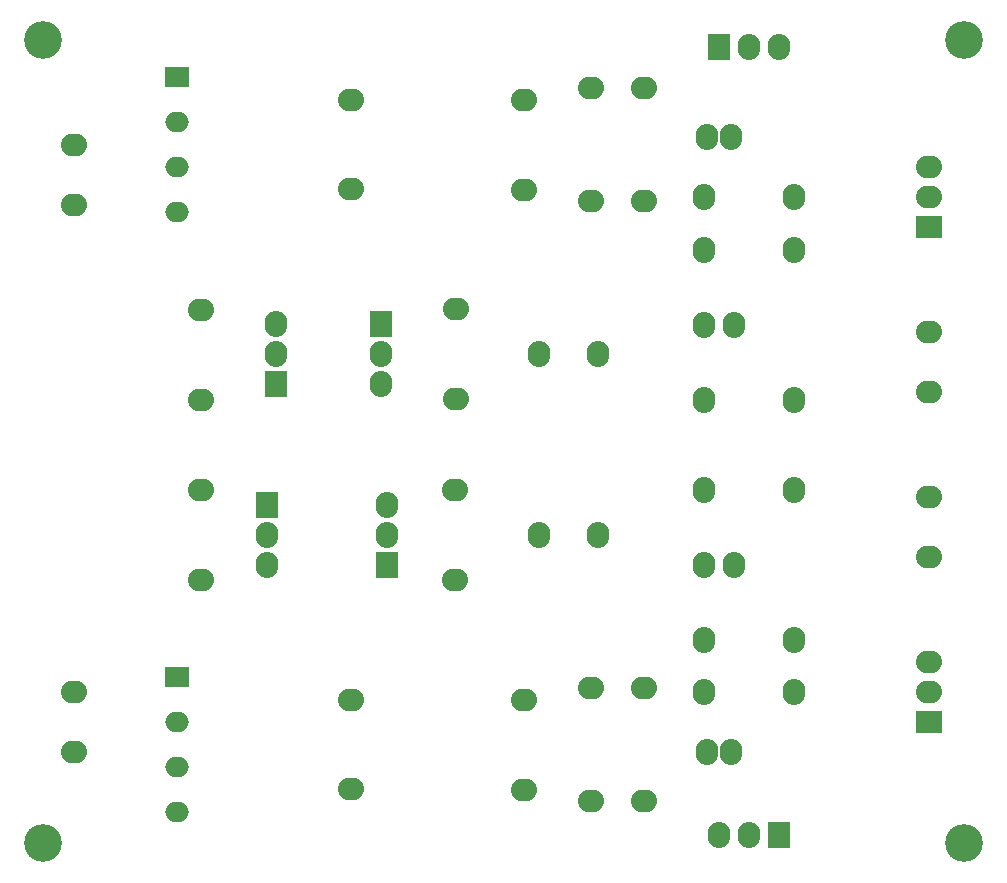
<source format=gts>
G04*
G04 #@! TF.GenerationSoftware,Altium Limited,Altium Designer,22.10.1 (41)*
G04*
G04 Layer_Color=8388736*
%FSLAX25Y25*%
%MOIN*%
G70*
G04*
G04 #@! TF.SameCoordinates,29EE3482-A75D-48CA-8BFF-185FBC0ED275*
G04*
G04*
G04 #@! TF.FilePolarity,Negative*
G04*
G01*
G75*
%ADD13R,0.07493X0.08674*%
%ADD14O,0.07493X0.08674*%
%ADD15O,0.08674X0.07493*%
%ADD16O,0.07874X0.06693*%
%ADD17R,0.07874X0.06693*%
%ADD18C,0.12611*%
%ADD19R,0.08674X0.07493*%
D13*
X97500Y172736D02*
D03*
X245000Y285000D02*
D03*
X132500Y192736D02*
D03*
X94409Y132500D02*
D03*
X134409Y112500D02*
D03*
X265000Y22500D02*
D03*
D14*
X97500Y182736D02*
D03*
Y192736D02*
D03*
X255000Y285000D02*
D03*
X265000D02*
D03*
X270000Y217500D02*
D03*
X240000D02*
D03*
X204842Y182736D02*
D03*
X185158Y182736D02*
D03*
X249921Y192500D02*
D03*
X240079D02*
D03*
X240000Y167500D02*
D03*
X270000D02*
D03*
X248937Y255000D02*
D03*
X241063D02*
D03*
X240000Y235000D02*
D03*
X270000D02*
D03*
X132500Y172736D02*
D03*
Y182736D02*
D03*
X240000Y87500D02*
D03*
X240079Y112500D02*
D03*
X270000Y137500D02*
D03*
X185158Y122500D02*
D03*
X204843D02*
D03*
X270000Y87500D02*
D03*
X94409Y122500D02*
D03*
Y112500D02*
D03*
X134409Y122500D02*
D03*
Y132500D02*
D03*
X255000Y22500D02*
D03*
X245000D02*
D03*
X249921Y112500D02*
D03*
X240000Y137500D02*
D03*
X248937Y50000D02*
D03*
X241063D02*
D03*
X270000Y70000D02*
D03*
X240000D02*
D03*
D15*
X72500Y167500D02*
D03*
Y197500D02*
D03*
X30000Y252500D02*
D03*
Y232500D02*
D03*
X315000Y245000D02*
D03*
Y235000D02*
D03*
X220000Y233720D02*
D03*
Y271280D02*
D03*
X315000Y170000D02*
D03*
Y190000D02*
D03*
X122500Y237736D02*
D03*
Y267264D02*
D03*
X202500Y271280D02*
D03*
Y233720D02*
D03*
X157500Y167736D02*
D03*
Y197736D02*
D03*
X180000Y267500D02*
D03*
Y237500D02*
D03*
X315000Y70000D02*
D03*
X72500Y137500D02*
D03*
Y107500D02*
D03*
X315000Y135000D02*
D03*
Y115000D02*
D03*
X122500Y67264D02*
D03*
Y37736D02*
D03*
X180000Y37500D02*
D03*
Y67500D02*
D03*
X156909Y107500D02*
D03*
Y137500D02*
D03*
X30000Y70000D02*
D03*
Y50000D02*
D03*
X315000Y80000D02*
D03*
X202500Y71280D02*
D03*
Y33720D02*
D03*
X220000Y71280D02*
D03*
Y33720D02*
D03*
D16*
X64350Y229941D02*
D03*
Y244941D02*
D03*
Y259941D02*
D03*
Y59941D02*
D03*
Y44941D02*
D03*
Y29941D02*
D03*
D17*
Y274941D02*
D03*
Y74941D02*
D03*
D18*
X326772Y287402D02*
D03*
X19685D02*
D03*
X326772Y19685D02*
D03*
X19685D02*
D03*
D19*
X315000Y225000D02*
D03*
Y60000D02*
D03*
M02*

</source>
